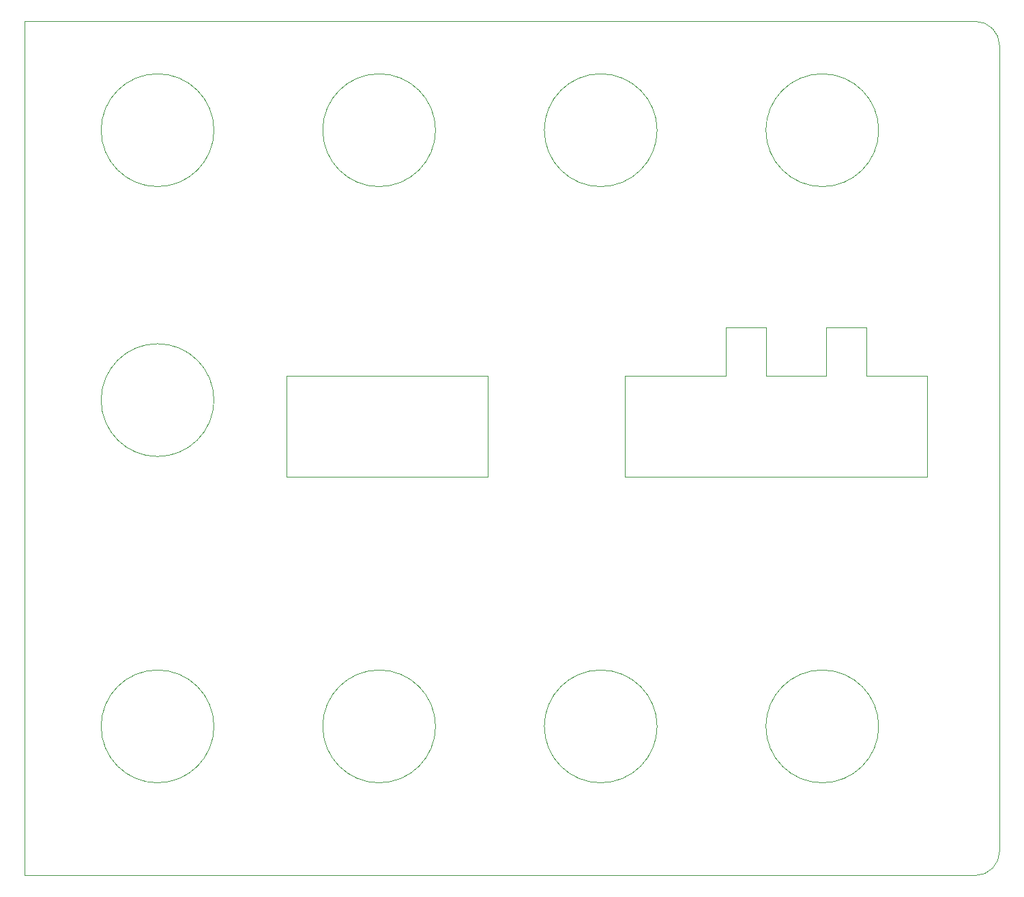
<source format=gbr>
G04 #@! TF.GenerationSoftware,KiCad,Pcbnew,(5.1.4)-1*
G04 #@! TF.CreationDate,2020-12-21T14:05:13-05:00*
G04 #@! TF.ProjectId,vocoder_faceplate,766f636f-6465-4725-9f66-616365706c61,rev?*
G04 #@! TF.SameCoordinates,Original*
G04 #@! TF.FileFunction,Profile,NP*
%FSLAX46Y46*%
G04 Gerber Fmt 4.6, Leading zero omitted, Abs format (unit mm)*
G04 Created by KiCad (PCBNEW (5.1.4)-1) date 2020-12-21 14:05:13*
%MOMM*%
%LPD*%
G04 APERTURE LIST*
%ADD10C,0.050000*%
G04 APERTURE END LIST*
D10*
X172500000Y-129500000D02*
G75*
G03X172500000Y-129500000I-7000000J0D01*
G01*
X145000000Y-129500000D02*
G75*
G03X145000000Y-129500000I-7000000J0D01*
G01*
X117500000Y-129500000D02*
G75*
G03X117500000Y-129500000I-7000000J0D01*
G01*
X90000000Y-129500000D02*
G75*
G03X90000000Y-129500000I-7000000J0D01*
G01*
X90000000Y-89000000D02*
G75*
G03X90000000Y-89000000I-7000000J0D01*
G01*
X172500000Y-55500000D02*
G75*
G03X172500000Y-55500000I-7000000J0D01*
G01*
X145000000Y-55500000D02*
G75*
G03X145000000Y-55500000I-7000000J0D01*
G01*
X117500000Y-55500000D02*
G75*
G03X117500000Y-55500000I-7000000J0D01*
G01*
X90000000Y-55500000D02*
G75*
G03X90000000Y-55500000I-7000000J0D01*
G01*
X171000000Y-86000000D02*
X178500000Y-86000000D01*
X171000000Y-80000000D02*
X171000000Y-86000000D01*
X166000000Y-80000000D02*
X171000000Y-80000000D01*
X166000000Y-86000000D02*
X166000000Y-80000000D01*
X158500000Y-86000000D02*
X166000000Y-86000000D01*
X158500000Y-80000000D02*
X158500000Y-86000000D01*
X153500000Y-80000000D02*
X158500000Y-80000000D01*
X153500000Y-86000000D02*
X153500000Y-80000000D01*
X141000000Y-86000000D02*
X141000000Y-98500000D01*
X153500000Y-86000000D02*
X141000000Y-86000000D01*
X178500000Y-98500000D02*
X178500000Y-86000000D01*
X141000000Y-98500000D02*
X178500000Y-98500000D01*
X99000000Y-86000000D02*
X99000000Y-98500000D01*
X124000000Y-86000000D02*
X99000000Y-86000000D01*
X124000000Y-98500000D02*
X124000000Y-86000000D01*
X99000000Y-98500000D02*
X124000000Y-98500000D01*
X187500000Y-145000000D02*
X187500000Y-45000000D01*
X187500000Y-145000000D02*
G75*
G02X184500000Y-148000000I-3000000J0D01*
G01*
X184500000Y-42000000D02*
G75*
G02X187500000Y-45000000I0J-3000000D01*
G01*
X66500000Y-42000000D02*
X184500000Y-42000000D01*
X66500000Y-148000000D02*
X184500000Y-148000000D01*
X66500000Y-42000000D02*
X66500000Y-148000000D01*
M02*

</source>
